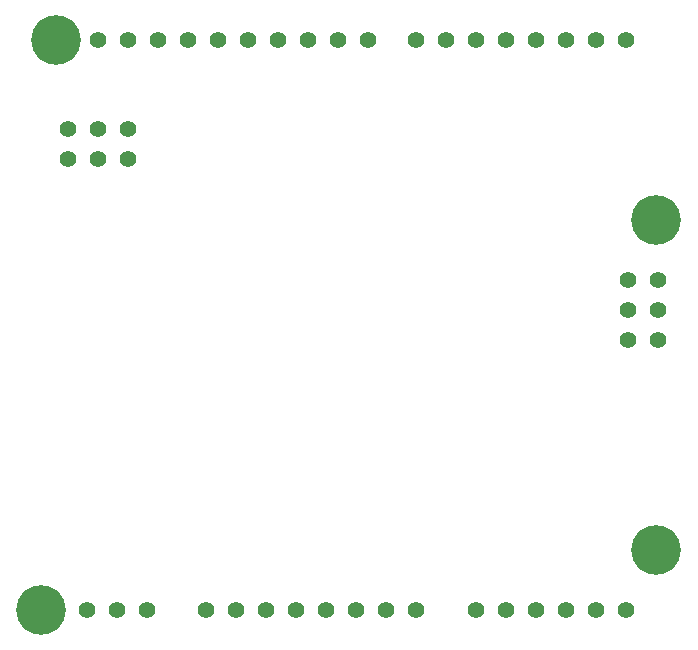
<source format=gbr>
%TF.GenerationSoftware,KiCad,Pcbnew,8.0.5*%
%TF.CreationDate,2024-12-01T00:47:42-06:00*%
%TF.ProjectId,ArduinoUnoR4Shield,41726475-696e-46f5-956e-6f5234536869,1.0*%
%TF.SameCoordinates,Original*%
%TF.FileFunction,Soldermask,Bot*%
%TF.FilePolarity,Negative*%
%FSLAX46Y46*%
G04 Gerber Fmt 4.6, Leading zero omitted, Abs format (unit mm)*
G04 Created by KiCad (PCBNEW 8.0.5) date 2024-12-01 00:47:42*
%MOMM*%
%LPD*%
G01*
G04 APERTURE LIST*
%ADD10C,1.422000*%
%ADD11C,4.199890*%
G04 APERTURE END LIST*
D10*
%TO.C,U1*%
X124474990Y-116840010D03*
X127014990Y-116840010D03*
X129554990Y-116840010D03*
%TD*%
%TO.C,U5*%
X170301990Y-88915010D03*
X172841990Y-88915010D03*
X170301990Y-91455010D03*
X172841990Y-91455010D03*
X170301990Y-93995010D03*
X172841990Y-93995010D03*
%TD*%
D11*
%TO.C,H1*%
X172720000Y-83820010D03*
%TD*%
D10*
%TO.C,U7*%
X152399990Y-68580010D03*
X154939990Y-68580010D03*
X157479990Y-68580010D03*
X160019990Y-68580010D03*
X162559990Y-68580010D03*
X165099990Y-68580010D03*
X167639990Y-68580010D03*
X170179990Y-68580010D03*
%TD*%
%TO.C,U6*%
X125476000Y-68580000D03*
X128016000Y-68580000D03*
X130556000Y-68580000D03*
X133096000Y-68580000D03*
X135636000Y-68580000D03*
X138176000Y-68580000D03*
X140716000Y-68580000D03*
X143256000Y-68580000D03*
X145796000Y-68580000D03*
X148336000Y-68580000D03*
%TD*%
D11*
%TO.C,H4*%
X120650000Y-116840000D03*
%TD*%
D10*
%TO.C,U3*%
X157480000Y-116840000D03*
X160020000Y-116840000D03*
X162560000Y-116840000D03*
X165100000Y-116840000D03*
X167640000Y-116840000D03*
X170180000Y-116840000D03*
%TD*%
%TO.C,U2*%
X134620000Y-116840000D03*
X137160000Y-116840000D03*
X139700000Y-116840000D03*
X142240000Y-116840000D03*
X144780000Y-116840000D03*
X147320000Y-116840000D03*
X149860000Y-116840000D03*
X152400000Y-116840000D03*
%TD*%
D11*
%TO.C,H2*%
X121919990Y-68580010D03*
%TD*%
D10*
%TO.C,U4*%
X128016000Y-76149200D03*
X128016000Y-78689200D03*
X125476000Y-76149200D03*
X125476000Y-78689200D03*
X122936000Y-76149200D03*
X122936000Y-78689200D03*
%TD*%
D11*
%TO.C,H3*%
X172720000Y-111760000D03*
%TD*%
M02*

</source>
